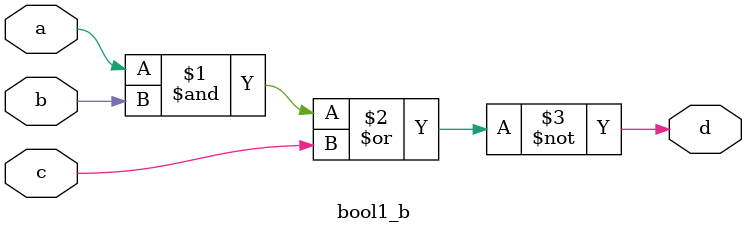
<source format=v>
`timescale 1ns / 1ps


module bool1_b(
    input a,b,c,
    output d
    );
assign d=~((a&b)|c);
endmodule

</source>
